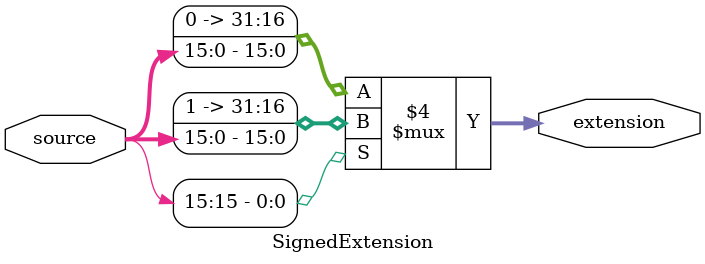
<source format=v>
`timescale 1ns / 1ps

module SignedExtension (
    input [15:0] source,
    output reg [31:0] extension
);

  always @(*) begin
    if (source[15] == 1) begin
      extension = {16'b1111111111111111, source};
    end else begin
      extension = {16'b0000000000000000, source};
    end
  end

endmodule

</source>
